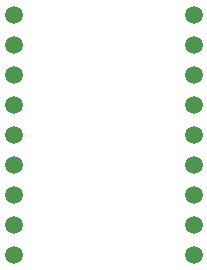
<source format=gbr>
%TF.GenerationSoftware,KiCad,Pcbnew,7.0.5*%
%TF.CreationDate,2023-07-25T13:55:41-04:00*%
%TF.ProjectId,Logic-PCB,4c6f6769-632d-4504-9342-2e6b69636164,rev?*%
%TF.SameCoordinates,Original*%
%TF.FileFunction,Soldermask,Bot*%
%TF.FilePolarity,Negative*%
%FSLAX46Y46*%
G04 Gerber Fmt 4.6, Leading zero omitted, Abs format (unit mm)*
G04 Created by KiCad (PCBNEW 7.0.5) date 2023-07-25 13:55:41*
%MOMM*%
%LPD*%
G01*
G04 APERTURE LIST*
%ADD10C,1.500000*%
G04 APERTURE END LIST*
D10*
%TO.C,DS1*%
X124010000Y-30070000D03*
X124010000Y-32610000D03*
X124010000Y-35150000D03*
X124010000Y-37690000D03*
X124010000Y-40230000D03*
X124010000Y-42770000D03*
X124010000Y-45310000D03*
X124010000Y-47850000D03*
X124010000Y-50390000D03*
X139250000Y-50390000D03*
X139250000Y-47850000D03*
X139250000Y-45310000D03*
X139250000Y-42770000D03*
X139250000Y-40230000D03*
X139250000Y-37690000D03*
X139250000Y-35150000D03*
X139250000Y-32610000D03*
X139250000Y-30070000D03*
%TD*%
M02*

</source>
